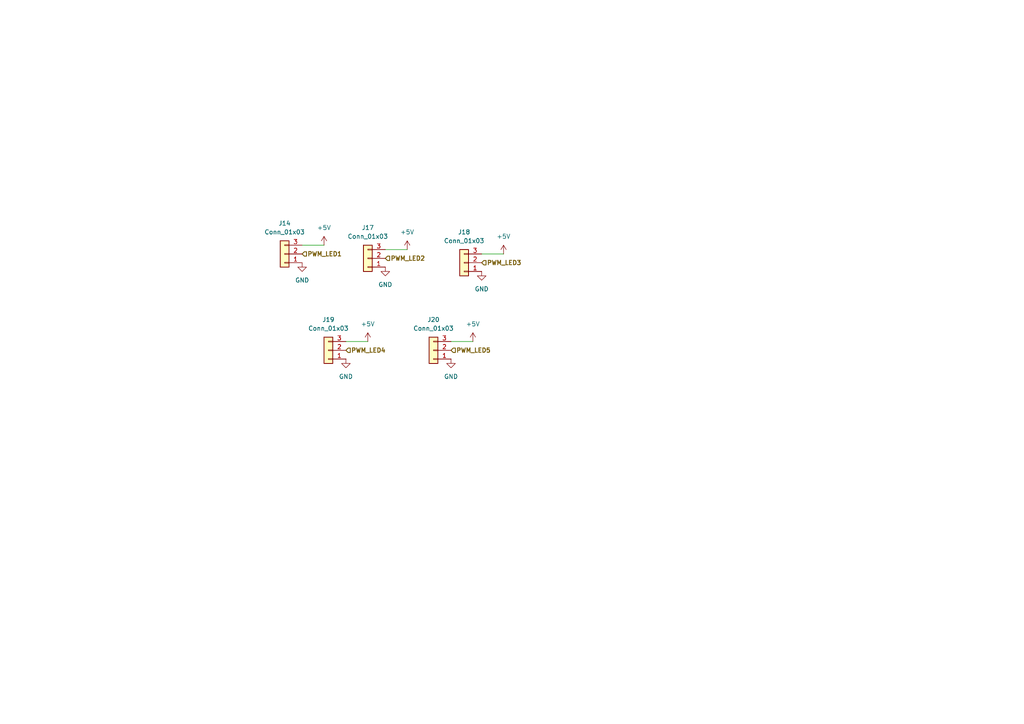
<source format=kicad_sch>
(kicad_sch (version 20250114) (generator "eeschema") (generator_version "9.0")
  (paper "A4")
  (lib_symbols
    (symbol "Connector_Generic:Conn_01x03" (pin_names (offset 1.016) (hide yes))
      (property "Reference" "J" (at 0 5.08 0))
      (property "Value" "Conn_01x03" (at 0 -5.08 0))
      (symbol "Conn_01x03_1_1"
        (rectangle (start -1.27 3.81) (end 1.27 -3.81) (stroke (width 0.254)) (fill (type background)))
        (rectangle (start -1.27 2.667) (end 0 2.413) (stroke (width 0.1524)))
        (rectangle (start -1.27 0.127) (end 0 -0.127) (stroke (width 0.1524)))
        (rectangle (start -1.27 -2.413) (end 0 -2.667) (stroke (width 0.1524)))
        (pin passive line (at -5.08 2.54 0) (length 3.81) (name "Pin_1") (number "1"))
        (pin passive line (at -5.08 0 0) (length 3.81) (name "Pin_2") (number "2"))
        (pin passive line (at -5.08 -2.54 0) (length 3.81) (name "Pin_3") (number "3"))
      )
    )
    (symbol "power:+5V" (power) (pin_numbers (hide yes)) (pin_names (offset 0) (hide yes))
      (property "Value" "+5V" (at 0 3.556 0))
      (symbol "+5V_0_1"
        (polyline (pts (xy -0.762 1.27) (xy 0 2.54)))
        (polyline (pts (xy 0 2.54) (xy 0.762 1.27)))
        (polyline (pts (xy 0 0) (xy 0 2.54)))
      )
      (symbol "+5V_1_1"
        (pin power_in line (at 0 0 90) (length 0) (name "~") (number "1"))
      )
    )
    (symbol "power:GND" (power) (pin_numbers (hide yes)) (pin_names (offset 0) (hide yes))
      (property "Value" "GND" (at 0 -3.81 0))
      (symbol "GND_0_1"
        (polyline (pts (xy 0 0) (xy 0 -1.27) (xy 1.27 -1.27) (xy 0 -2.54) (xy -1.27 -1.27) (xy 0 -1.27)))
      )
      (symbol "GND_1_1"
        (pin power_in line (at 0 0 270) (length 0) (name "~") (number "1"))
      )
    )
  )
  (wire (pts (xy 106.68 99.06) (xy 100.33 99.06)))
  (wire (pts (xy 118.11 72.39) (xy 111.76 72.39)))
  (wire (pts (xy 93.98 71.12) (xy 87.63 71.12)))
  (wire (pts (xy 146.05 73.66) (xy 139.7 73.66)))
  (wire (pts (xy 137.16 99.06) (xy 130.81 99.06)))
  (hierarchical_label "PWM_LED4" (shape input) (at 100.33 101.6 0) (effects (font (thickness 0.254) (bold yes))))
  (hierarchical_label "PWM_LED3" (shape input) (at 139.7 76.2 0) (effects (font (thickness 0.254) (bold yes))))
  (hierarchical_label "PWM_LED5" (shape input) (at 130.81 101.6 0) (effects (font (thickness 0.254) (bold yes))))
  (hierarchical_label "PWM_LED1" (shape input) (at 87.63 73.66 0) (effects (font (thickness 0.254) (bold yes))))
  (hierarchical_label "PWM_LED2" (shape input) (at 111.76 74.93 0) (effects (font (thickness 0.254) (bold yes))))
  (symbol (lib_id "power:GND") (at 111.76 77.47 0) (unit 1)
    (property "Reference" "#PWR071" (effects (hide yes)))
    (property "Value" "GND" (at 111.76 82.55 0))
    (property "Description" "Power symbol creates a global label with name \"GND\" , ground" (effects (hide yes)))
  )
  (symbol (lib_id "power:GND") (at 87.63 76.2 0) (unit 1)
    (property "Reference" "#PWR057" (effects (hide yes)))
    (property "Value" "GND" (at 87.63 81.28 0))
    (property "Description" "Power symbol creates a global label with name \"GND\" , ground" (effects (hide yes)))
  )
  (symbol (lib_id "Connector_Generic:Conn_01x03") (at 95.25 101.6 180) (unit 1)
    (property "Reference" "J19" (at 95.25 92.71 0))
    (property "Value" "Conn_01x03" (at 95.25 95.25 0))
    (property "Footprint" "Connector_JST:JST_PH_B3B-PH-K_1x03_P2.00mm_Vertical" (effects (hide yes)))
    (property "Description" "Generic connector, single row, 01x03, script generated (kicad-library-utils/schlib/autogen/connector/)" (effects (hide yes)))
  )
  (symbol (lib_id "power:+5V") (at 118.11 72.39 0) (unit 1)
    (property "Reference" "#PWR072" (effects (hide yes)))
    (property "Value" "+5V" (at 118.11 67.31 0))
    (property "Description" "Power symbol creates a global label with name \"+5V\"" (effects (hide yes)))
  )
  (symbol (lib_id "power:GND") (at 130.81 104.14 0) (unit 1)
    (property "Reference" "#PWR077" (effects (hide yes)))
    (property "Value" "GND" (at 130.81 109.22 0))
    (property "Description" "Power symbol creates a global label with name \"GND\" , ground" (effects (hide yes)))
  )
  (symbol (lib_id "Connector_Generic:Conn_01x03") (at 106.68 74.93 180) (unit 1)
    (property "Reference" "J17" (at 106.68 66.04 0))
    (property "Value" "Conn_01x03" (at 106.68 68.58 0))
    (property "Footprint" "Connector_JST:JST_PH_B3B-PH-K_1x03_P2.00mm_Vertical" (effects (hide yes)))
    (property "Description" "Generic connector, single row, 01x03, script generated (kicad-library-utils/schlib/autogen/connector/)" (effects (hide yes)))
  )
  (symbol (lib_id "power:+5V") (at 146.05 73.66 0) (unit 1)
    (property "Reference" "#PWR074" (effects (hide yes)))
    (property "Value" "+5V" (at 146.05 68.58 0))
    (property "Description" "Power symbol creates a global label with name \"+5V\"" (effects (hide yes)))
  )
  (symbol (lib_id "power:+5V") (at 93.98 71.12 0) (unit 1)
    (property "Reference" "#PWR058" (effects (hide yes)))
    (property "Value" "+5V" (at 93.98 66.04 0))
    (property "Description" "Power symbol creates a global label with name \"+5V\"" (effects (hide yes)))
  )
  (symbol (lib_id "power:+5V") (at 106.68 99.06 0) (unit 1)
    (property "Reference" "#PWR076" (effects (hide yes)))
    (property "Value" "+5V" (at 106.68 93.98 0))
    (property "Description" "Power symbol creates a global label with name \"+5V\"" (effects (hide yes)))
  )
  (symbol (lib_id "Connector_Generic:Conn_01x03") (at 82.55 73.66 180) (unit 1)
    (property "Reference" "J14" (at 82.55 64.77 0))
    (property "Value" "Conn_01x03" (at 82.55 67.31 0))
    (property "Footprint" "Connector_JST:JST_PH_B3B-PH-K_1x03_P2.00mm_Vertical" (effects (hide yes)))
    (property "Description" "Generic connector, single row, 01x03, script generated (kicad-library-utils/schlib/autogen/connector/)" (effects (hide yes)))
  )
  (symbol (lib_id "Connector_Generic:Conn_01x03") (at 134.62 76.2 180) (unit 1)
    (property "Reference" "J18" (at 134.62 67.31 0))
    (property "Value" "Conn_01x03" (at 134.62 69.85 0))
    (property "Footprint" "Connector_JST:JST_PH_B3B-PH-K_1x03_P2.00mm_Vertical" (effects (hide yes)))
    (property "Description" "Generic connector, single row, 01x03, script generated (kicad-library-utils/schlib/autogen/connector/)" (effects (hide yes)))
  )
  (symbol (lib_id "power:GND") (at 100.33 104.14 0) (unit 1)
    (property "Reference" "#PWR075" (effects (hide yes)))
    (property "Value" "GND" (at 100.33 109.22 0))
    (property "Description" "Power symbol creates a global label with name \"GND\" , ground" (effects (hide yes)))
  )
  (symbol (lib_id "power:+5V") (at 137.16 99.06 0) (unit 1)
    (property "Reference" "#PWR078" (effects (hide yes)))
    (property "Value" "+5V" (at 137.16 93.98 0))
    (property "Description" "Power symbol creates a global label with name \"+5V\"" (effects (hide yes)))
  )
  (symbol (lib_id "Connector_Generic:Conn_01x03") (at 125.73 101.6 180) (unit 1)
    (property "Reference" "J20" (at 125.73 92.71 0))
    (property "Value" "Conn_01x03" (at 125.73 95.25 0))
    (property "Footprint" "Connector_JST:JST_PH_B3B-PH-K_1x03_P2.00mm_Vertical" (effects (hide yes)))
    (property "Description" "Generic connector, single row, 01x03, script generated (kicad-library-utils/schlib/autogen/connector/)" (effects (hide yes)))
  )
  (symbol (lib_id "power:GND") (at 139.7 78.74 0) (unit 1)
    (property "Reference" "#PWR073" (effects (hide yes)))
    (property "Value" "GND" (at 139.7 83.82 0))
    (property "Description" "Power symbol creates a global label with name \"GND\" , ground" (effects (hide yes)))
  )
)
</source>
